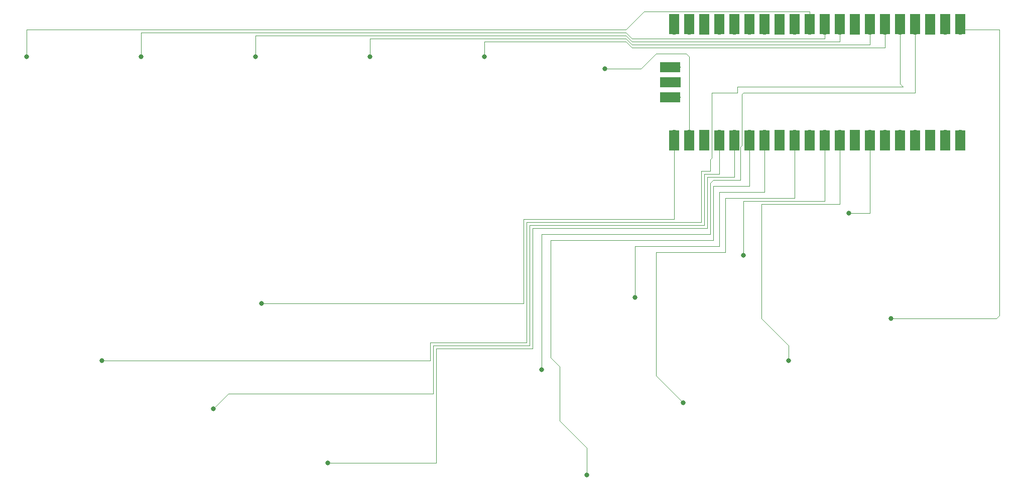
<source format=gbr>
%TF.GenerationSoftware,KiCad,Pcbnew,7.0.5*%
%TF.CreationDate,2023-07-09T01:00:59-05:00*%
%TF.ProjectId,NanoSwap,4e616e6f-5377-4617-902e-6b696361645f,rev?*%
%TF.SameCoordinates,Original*%
%TF.FileFunction,Copper,L1,Top*%
%TF.FilePolarity,Positive*%
%FSLAX46Y46*%
G04 Gerber Fmt 4.6, Leading zero omitted, Abs format (unit mm)*
G04 Created by KiCad (PCBNEW 7.0.5) date 2023-07-09 01:00:59*
%MOMM*%
%LPD*%
G01*
G04 APERTURE LIST*
%TA.AperFunction,ComponentPad*%
%ADD10O,1.700000X1.700000*%
%TD*%
%TA.AperFunction,SMDPad,CuDef*%
%ADD11R,1.700000X3.500000*%
%TD*%
%TA.AperFunction,ComponentPad*%
%ADD12R,1.700000X1.700000*%
%TD*%
%TA.AperFunction,SMDPad,CuDef*%
%ADD13R,3.500000X1.700000*%
%TD*%
%TA.AperFunction,ViaPad*%
%ADD14C,0.800000*%
%TD*%
%TA.AperFunction,Conductor*%
%ADD15C,0.050000*%
%TD*%
G04 APERTURE END LIST*
D10*
%TO.P,USB Right,1*%
%TO.N,N/C*%
X227584000Y-40640000D03*
D11*
X227584000Y-39740000D03*
D10*
%TO.P,USB Right,2*%
X225044000Y-40640000D03*
D11*
X225044000Y-39740000D03*
D12*
%TO.P,USB Right,3*%
X222504000Y-40640000D03*
D11*
X222504000Y-39740000D03*
D10*
%TO.P,USB Right,4*%
X219964000Y-40640000D03*
D11*
X219964000Y-39740000D03*
D10*
%TO.P,USB Right,5*%
X217424000Y-40640000D03*
D11*
X217424000Y-39740000D03*
D10*
%TO.P,USB Right,6*%
X214884000Y-40640000D03*
D11*
X214884000Y-39740000D03*
D10*
%TO.P,USB Right,7*%
X212344000Y-40640000D03*
D11*
X212344000Y-39740000D03*
D12*
%TO.P,USB Right,8*%
X209804000Y-40640000D03*
D11*
X209804000Y-39740000D03*
D10*
%TO.P,USB Right,9*%
X207264000Y-40640000D03*
D11*
X207264000Y-39740000D03*
D10*
%TO.P,USB Right,10*%
X204724000Y-40640000D03*
D11*
X204724000Y-39740000D03*
D10*
%TO.P,USB Right,11*%
X202184000Y-40640000D03*
D11*
X202184000Y-39740000D03*
D10*
%TO.P,USB Right,12*%
X199644000Y-40640000D03*
D11*
X199644000Y-39740000D03*
D12*
%TO.P,USB Right,13*%
X197104000Y-40640000D03*
D11*
X197104000Y-39740000D03*
D10*
%TO.P,USB Right,14*%
X194564000Y-40640000D03*
D11*
X194564000Y-39740000D03*
D10*
%TO.P,USB Right,15*%
X192024000Y-40640000D03*
D11*
X192024000Y-39740000D03*
D10*
%TO.P,USB Right,16*%
X189484000Y-40640000D03*
D11*
X189484000Y-39740000D03*
D10*
%TO.P,USB Right,17*%
X186944000Y-40640000D03*
D11*
X186944000Y-39740000D03*
D12*
%TO.P,USB Right,18*%
X184404000Y-40640000D03*
D11*
X184404000Y-39740000D03*
D10*
%TO.P,USB Right,19*%
X181864000Y-40640000D03*
D11*
X181864000Y-39740000D03*
D10*
%TO.P,USB Right,20*%
X179324000Y-40640000D03*
D11*
X179324000Y-39740000D03*
D10*
%TO.P,USB Right,21*%
X179324000Y-58420000D03*
D11*
X179324000Y-59320000D03*
D10*
%TO.P,USB Right,22*%
X181864000Y-58420000D03*
D11*
X181864000Y-59320000D03*
D12*
%TO.P,USB Right,23*%
X184404000Y-58420000D03*
D11*
X184404000Y-59320000D03*
D10*
%TO.P,USB Right,24*%
X186944000Y-58420000D03*
D11*
X186944000Y-59320000D03*
D10*
%TO.P,USB Right,25*%
X189484000Y-58420000D03*
D11*
X189484000Y-59320000D03*
D10*
%TO.P,USB Right,26*%
X192024000Y-58420000D03*
D11*
X192024000Y-59320000D03*
D10*
%TO.P,USB Right,27*%
X194564000Y-58420000D03*
D11*
X194564000Y-59320000D03*
D12*
%TO.P,USB Right,28*%
X197104000Y-58420000D03*
D11*
X197104000Y-59320000D03*
D10*
%TO.P,USB Right,29*%
X199644000Y-58420000D03*
D11*
X199644000Y-59320000D03*
D10*
%TO.P,USB Right,30*%
X202184000Y-58420000D03*
D11*
X202184000Y-59320000D03*
D10*
%TO.P,USB Right,31*%
X204724000Y-58420000D03*
D11*
X204724000Y-59320000D03*
D10*
%TO.P,USB Right,32*%
X207264000Y-58420000D03*
D11*
X207264000Y-59320000D03*
D12*
%TO.P,USB Right,33*%
X209804000Y-58420000D03*
D11*
X209804000Y-59320000D03*
D10*
%TO.P,USB Right,34*%
X212344000Y-58420000D03*
D11*
X212344000Y-59320000D03*
D10*
%TO.P,USB Right,35*%
X214884000Y-58420000D03*
D11*
X214884000Y-59320000D03*
D10*
%TO.P,USB Right,36*%
X217424000Y-58420000D03*
D11*
X217424000Y-59320000D03*
D10*
%TO.P,USB Right,37*%
X219964000Y-58420000D03*
D11*
X219964000Y-59320000D03*
D12*
%TO.P,USB Right,38*%
X222504000Y-58420000D03*
D11*
X222504000Y-59320000D03*
D10*
%TO.P,USB Right,39*%
X225044000Y-58420000D03*
D11*
X225044000Y-59320000D03*
D10*
%TO.P,USB Right,40*%
X227584000Y-58420000D03*
D11*
X227584000Y-59320000D03*
D10*
%TO.P,USB Right,41*%
X179554000Y-46990000D03*
D13*
X178654000Y-46990000D03*
D12*
%TO.P,USB Right,42*%
X179554000Y-49530000D03*
D13*
X178654000Y-49530000D03*
D10*
%TO.P,USB Right,43*%
X179554000Y-52070000D03*
D13*
X178654000Y-52070000D03*
%TD*%
D14*
%TO.N,*%
X180848000Y-103632000D03*
X109728000Y-86868000D03*
X147320000Y-45212000D03*
X108712000Y-45212000D03*
X120904000Y-113792000D03*
X167640000Y-47244000D03*
X70104000Y-45212000D03*
X191008000Y-78740000D03*
X215900000Y-89408000D03*
X82804000Y-96520000D03*
X156972000Y-98044000D03*
X101600000Y-104648000D03*
X198628000Y-96520000D03*
X208788000Y-71628000D03*
X164592000Y-115824000D03*
X172720000Y-85852000D03*
X128016000Y-45212000D03*
X89408000Y-45212000D03*
%TD*%
D15*
%TO.N,*%
X185682148Y-62270965D02*
X185675050Y-62263867D01*
X82804000Y-96520000D02*
X138176000Y-96520000D01*
X153924000Y-86868000D02*
X153924000Y-72644000D01*
X176276000Y-99060000D02*
X176276000Y-78232000D01*
X153924000Y-72644000D02*
X179324000Y-72644000D01*
X185928000Y-76200000D02*
X185928000Y-67056000D01*
X187960000Y-69088000D02*
X199644000Y-69088000D01*
X172720000Y-85852000D02*
X172720000Y-77216000D01*
X183896000Y-73152000D02*
X183896000Y-64516000D01*
X190500000Y-66040000D02*
X190500000Y-60418727D01*
X194056000Y-70104000D02*
X207264000Y-70104000D01*
X233680000Y-89408000D02*
X234188000Y-88900000D01*
X207264000Y-70104000D02*
X207264000Y-58420000D01*
X173736000Y-47244000D02*
X176276000Y-44704000D01*
X154940000Y-93980000D02*
X154940000Y-73660000D01*
X156972000Y-98044000D02*
X156972000Y-75184000D01*
X184404000Y-73660000D02*
X184404000Y-65024000D01*
X156972000Y-75184000D02*
X185420000Y-75184000D01*
X164592000Y-111252000D02*
X160020000Y-106680000D01*
X174244000Y-37592000D02*
X202184000Y-37592000D01*
X189981353Y-51297353D02*
X189992000Y-51308000D01*
X184912000Y-74168000D02*
X184912000Y-65532000D01*
X171196000Y-40640000D02*
X174244000Y-37592000D01*
X214884000Y-43688000D02*
X214884000Y-40640000D01*
X183896000Y-64516000D02*
X185420000Y-64516000D01*
X171196000Y-42164000D02*
X172212000Y-43180000D01*
X155448000Y-94488000D02*
X155448000Y-74168000D01*
X138684000Y-93980000D02*
X154940000Y-93980000D01*
X185420000Y-66548000D02*
X185928000Y-66040000D01*
X194564000Y-68072000D02*
X194564000Y-58420000D01*
X109728000Y-86868000D02*
X153924000Y-86868000D01*
X176276000Y-78232000D02*
X187960000Y-78232000D01*
X70104000Y-40640000D02*
X171196000Y-40640000D01*
X128016000Y-42164000D02*
X171196000Y-42164000D01*
X185675050Y-51297353D02*
X189981353Y-51297353D01*
X217932000Y-50292000D02*
X217424000Y-49784000D01*
X138176000Y-93472000D02*
X154432000Y-93472000D01*
X185420000Y-62533113D02*
X185682148Y-62270965D01*
X138176000Y-96520000D02*
X138176000Y-93472000D01*
X181356000Y-44704000D02*
X181864000Y-45212000D01*
X139192000Y-94488000D02*
X155448000Y-94488000D01*
X176276000Y-44704000D02*
X181356000Y-44704000D01*
X172212000Y-42672000D02*
X207264000Y-42672000D01*
X190724844Y-51591156D02*
X191008000Y-51308000D01*
X147320000Y-45212000D02*
X147320000Y-42672000D01*
X181864000Y-45212000D02*
X181864000Y-58420000D01*
X108712000Y-41656000D02*
X171196000Y-41656000D01*
X212344000Y-43180000D02*
X212344000Y-40640000D01*
X89408000Y-45212000D02*
X89408000Y-41148000D01*
X164592000Y-115824000D02*
X164592000Y-111252000D01*
X185928000Y-67056000D02*
X192024000Y-67056000D01*
X212344000Y-71628000D02*
X212344000Y-58420000D01*
X199644000Y-69088000D02*
X199644000Y-58420000D01*
X186944000Y-68072000D02*
X194564000Y-68072000D01*
X217424000Y-49784000D02*
X217424000Y-40640000D01*
X234188000Y-40640000D02*
X227584000Y-40640000D01*
X189992000Y-50292000D02*
X217932000Y-50292000D01*
X172212000Y-42164000D02*
X204724000Y-42164000D01*
X208788000Y-71628000D02*
X212344000Y-71628000D01*
X186944000Y-65024000D02*
X186944000Y-58420000D01*
X190500000Y-60418727D02*
X190724844Y-60193883D01*
X190724844Y-60193883D02*
X190724844Y-51591156D01*
X204724000Y-69596000D02*
X204724000Y-58420000D01*
X184912000Y-65532000D02*
X189484000Y-65532000D01*
X160020000Y-106680000D02*
X160020000Y-97536000D01*
X138684000Y-102108000D02*
X138684000Y-93980000D01*
X204724000Y-42164000D02*
X204724000Y-40640000D01*
X187960000Y-78232000D02*
X187960000Y-69088000D01*
X189992000Y-51308000D02*
X189992000Y-50292000D01*
X198628000Y-96520000D02*
X198628000Y-93980000D01*
X171196000Y-41656000D02*
X172212000Y-42672000D01*
X147320000Y-42672000D02*
X171196000Y-42672000D01*
X191008000Y-51308000D02*
X219964000Y-51308000D01*
X185675050Y-62263867D02*
X185675050Y-51297353D01*
X189484000Y-65532000D02*
X189484000Y-58420000D01*
X194056000Y-89408000D02*
X194056000Y-70104000D01*
X167640000Y-47244000D02*
X173736000Y-47244000D01*
X128016000Y-45212000D02*
X128016000Y-42164000D01*
X154432000Y-93472000D02*
X154432000Y-73152000D01*
X179324000Y-72644000D02*
X179324000Y-58420000D01*
X139192000Y-113792000D02*
X139192000Y-94488000D01*
X172212000Y-43180000D02*
X212344000Y-43180000D01*
X185928000Y-66040000D02*
X190500000Y-66040000D01*
X191008000Y-69596000D02*
X204724000Y-69596000D01*
X198628000Y-93980000D02*
X194056000Y-89408000D01*
X158496000Y-76200000D02*
X185928000Y-76200000D01*
X160020000Y-97536000D02*
X158496000Y-96012000D01*
X158496000Y-96012000D02*
X158496000Y-76200000D01*
X186944000Y-77216000D02*
X186944000Y-68072000D01*
X101600000Y-104648000D02*
X104140000Y-102108000D01*
X184404000Y-65024000D02*
X186944000Y-65024000D01*
X89408000Y-41148000D02*
X171196000Y-41148000D01*
X191008000Y-78740000D02*
X191008000Y-69596000D01*
X180848000Y-103632000D02*
X176276000Y-99060000D01*
X120904000Y-113792000D02*
X139192000Y-113792000D01*
X172720000Y-77216000D02*
X186944000Y-77216000D01*
X108712000Y-45212000D02*
X108712000Y-41656000D01*
X154940000Y-73660000D02*
X184404000Y-73660000D01*
X154432000Y-73152000D02*
X183896000Y-73152000D01*
X155448000Y-74168000D02*
X184912000Y-74168000D01*
X171196000Y-41148000D02*
X172212000Y-42164000D01*
X202184000Y-37592000D02*
X202184000Y-40640000D01*
X172212000Y-43688000D02*
X214884000Y-43688000D01*
X104140000Y-102108000D02*
X138684000Y-102108000D01*
X234188000Y-88900000D02*
X234188000Y-40640000D01*
X185420000Y-75184000D02*
X185420000Y-66548000D01*
X185420000Y-64516000D02*
X185420000Y-62533113D01*
X215900000Y-89408000D02*
X233680000Y-89408000D01*
X70104000Y-45212000D02*
X70104000Y-40640000D01*
X192024000Y-67056000D02*
X192024000Y-58420000D01*
X207264000Y-42672000D02*
X207264000Y-40640000D01*
X171196000Y-42672000D02*
X172212000Y-43688000D01*
X219964000Y-51308000D02*
X219964000Y-40640000D01*
%TD*%
M02*

</source>
